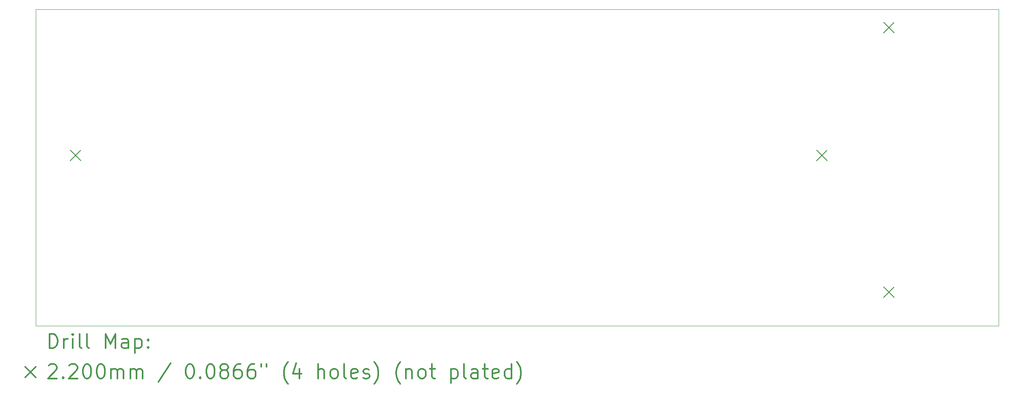
<source format=gbr>
%FSLAX45Y45*%
G04 Gerber Fmt 4.5, Leading zero omitted, Abs format (unit mm)*
G04 Created by KiCad (PCBNEW (5.1.10)-1) date 2023-12-13 20:17:31*
%MOMM*%
%LPD*%
G01*
G04 APERTURE LIST*
%TA.AperFunction,Profile*%
%ADD10C,0.050000*%
%TD*%
%ADD11C,0.200000*%
%ADD12C,0.300000*%
G04 APERTURE END LIST*
D10*
X952500Y-7620000D02*
X952500Y-1016000D01*
X21018500Y-7620000D02*
X952500Y-7620000D01*
X21018500Y-1016000D02*
X21018500Y-7620000D01*
X952500Y-1016000D02*
X21018500Y-1016000D01*
D11*
X1668000Y-3954000D02*
X1888000Y-4174000D01*
X1888000Y-3954000D02*
X1668000Y-4174000D01*
X17225500Y-3954000D02*
X17445500Y-4174000D01*
X17445500Y-3954000D02*
X17225500Y-4174000D01*
X18622500Y-1287000D02*
X18842500Y-1507000D01*
X18842500Y-1287000D02*
X18622500Y-1507000D01*
X18622500Y-6811500D02*
X18842500Y-7031500D01*
X18842500Y-6811500D02*
X18622500Y-7031500D01*
D12*
X1236428Y-8088214D02*
X1236428Y-7788214D01*
X1307857Y-7788214D01*
X1350714Y-7802500D01*
X1379286Y-7831071D01*
X1393571Y-7859643D01*
X1407857Y-7916786D01*
X1407857Y-7959643D01*
X1393571Y-8016786D01*
X1379286Y-8045357D01*
X1350714Y-8073929D01*
X1307857Y-8088214D01*
X1236428Y-8088214D01*
X1536428Y-8088214D02*
X1536428Y-7888214D01*
X1536428Y-7945357D02*
X1550714Y-7916786D01*
X1565000Y-7902500D01*
X1593571Y-7888214D01*
X1622143Y-7888214D01*
X1722143Y-8088214D02*
X1722143Y-7888214D01*
X1722143Y-7788214D02*
X1707857Y-7802500D01*
X1722143Y-7816786D01*
X1736428Y-7802500D01*
X1722143Y-7788214D01*
X1722143Y-7816786D01*
X1907857Y-8088214D02*
X1879286Y-8073929D01*
X1865000Y-8045357D01*
X1865000Y-7788214D01*
X2065000Y-8088214D02*
X2036428Y-8073929D01*
X2022143Y-8045357D01*
X2022143Y-7788214D01*
X2407857Y-8088214D02*
X2407857Y-7788214D01*
X2507857Y-8002500D01*
X2607857Y-7788214D01*
X2607857Y-8088214D01*
X2879286Y-8088214D02*
X2879286Y-7931071D01*
X2865000Y-7902500D01*
X2836428Y-7888214D01*
X2779286Y-7888214D01*
X2750714Y-7902500D01*
X2879286Y-8073929D02*
X2850714Y-8088214D01*
X2779286Y-8088214D01*
X2750714Y-8073929D01*
X2736428Y-8045357D01*
X2736428Y-8016786D01*
X2750714Y-7988214D01*
X2779286Y-7973929D01*
X2850714Y-7973929D01*
X2879286Y-7959643D01*
X3022143Y-7888214D02*
X3022143Y-8188214D01*
X3022143Y-7902500D02*
X3050714Y-7888214D01*
X3107857Y-7888214D01*
X3136428Y-7902500D01*
X3150714Y-7916786D01*
X3165000Y-7945357D01*
X3165000Y-8031071D01*
X3150714Y-8059643D01*
X3136428Y-8073929D01*
X3107857Y-8088214D01*
X3050714Y-8088214D01*
X3022143Y-8073929D01*
X3293571Y-8059643D02*
X3307857Y-8073929D01*
X3293571Y-8088214D01*
X3279286Y-8073929D01*
X3293571Y-8059643D01*
X3293571Y-8088214D01*
X3293571Y-7902500D02*
X3307857Y-7916786D01*
X3293571Y-7931071D01*
X3279286Y-7916786D01*
X3293571Y-7902500D01*
X3293571Y-7931071D01*
X730000Y-8472500D02*
X950000Y-8692500D01*
X950000Y-8472500D02*
X730000Y-8692500D01*
X1222143Y-8446786D02*
X1236428Y-8432500D01*
X1265000Y-8418214D01*
X1336428Y-8418214D01*
X1365000Y-8432500D01*
X1379286Y-8446786D01*
X1393571Y-8475357D01*
X1393571Y-8503929D01*
X1379286Y-8546786D01*
X1207857Y-8718214D01*
X1393571Y-8718214D01*
X1522143Y-8689643D02*
X1536428Y-8703929D01*
X1522143Y-8718214D01*
X1507857Y-8703929D01*
X1522143Y-8689643D01*
X1522143Y-8718214D01*
X1650714Y-8446786D02*
X1665000Y-8432500D01*
X1693571Y-8418214D01*
X1765000Y-8418214D01*
X1793571Y-8432500D01*
X1807857Y-8446786D01*
X1822143Y-8475357D01*
X1822143Y-8503929D01*
X1807857Y-8546786D01*
X1636428Y-8718214D01*
X1822143Y-8718214D01*
X2007857Y-8418214D02*
X2036428Y-8418214D01*
X2065000Y-8432500D01*
X2079286Y-8446786D01*
X2093571Y-8475357D01*
X2107857Y-8532500D01*
X2107857Y-8603929D01*
X2093571Y-8661072D01*
X2079286Y-8689643D01*
X2065000Y-8703929D01*
X2036428Y-8718214D01*
X2007857Y-8718214D01*
X1979286Y-8703929D01*
X1965000Y-8689643D01*
X1950714Y-8661072D01*
X1936428Y-8603929D01*
X1936428Y-8532500D01*
X1950714Y-8475357D01*
X1965000Y-8446786D01*
X1979286Y-8432500D01*
X2007857Y-8418214D01*
X2293571Y-8418214D02*
X2322143Y-8418214D01*
X2350714Y-8432500D01*
X2365000Y-8446786D01*
X2379286Y-8475357D01*
X2393571Y-8532500D01*
X2393571Y-8603929D01*
X2379286Y-8661072D01*
X2365000Y-8689643D01*
X2350714Y-8703929D01*
X2322143Y-8718214D01*
X2293571Y-8718214D01*
X2265000Y-8703929D01*
X2250714Y-8689643D01*
X2236428Y-8661072D01*
X2222143Y-8603929D01*
X2222143Y-8532500D01*
X2236428Y-8475357D01*
X2250714Y-8446786D01*
X2265000Y-8432500D01*
X2293571Y-8418214D01*
X2522143Y-8718214D02*
X2522143Y-8518214D01*
X2522143Y-8546786D02*
X2536428Y-8532500D01*
X2565000Y-8518214D01*
X2607857Y-8518214D01*
X2636428Y-8532500D01*
X2650714Y-8561072D01*
X2650714Y-8718214D01*
X2650714Y-8561072D02*
X2665000Y-8532500D01*
X2693571Y-8518214D01*
X2736428Y-8518214D01*
X2765000Y-8532500D01*
X2779286Y-8561072D01*
X2779286Y-8718214D01*
X2922143Y-8718214D02*
X2922143Y-8518214D01*
X2922143Y-8546786D02*
X2936428Y-8532500D01*
X2965000Y-8518214D01*
X3007857Y-8518214D01*
X3036428Y-8532500D01*
X3050714Y-8561072D01*
X3050714Y-8718214D01*
X3050714Y-8561072D02*
X3065000Y-8532500D01*
X3093571Y-8518214D01*
X3136428Y-8518214D01*
X3165000Y-8532500D01*
X3179286Y-8561072D01*
X3179286Y-8718214D01*
X3765000Y-8403929D02*
X3507857Y-8789643D01*
X4150714Y-8418214D02*
X4179286Y-8418214D01*
X4207857Y-8432500D01*
X4222143Y-8446786D01*
X4236428Y-8475357D01*
X4250714Y-8532500D01*
X4250714Y-8603929D01*
X4236428Y-8661072D01*
X4222143Y-8689643D01*
X4207857Y-8703929D01*
X4179286Y-8718214D01*
X4150714Y-8718214D01*
X4122143Y-8703929D01*
X4107857Y-8689643D01*
X4093571Y-8661072D01*
X4079286Y-8603929D01*
X4079286Y-8532500D01*
X4093571Y-8475357D01*
X4107857Y-8446786D01*
X4122143Y-8432500D01*
X4150714Y-8418214D01*
X4379286Y-8689643D02*
X4393571Y-8703929D01*
X4379286Y-8718214D01*
X4365000Y-8703929D01*
X4379286Y-8689643D01*
X4379286Y-8718214D01*
X4579286Y-8418214D02*
X4607857Y-8418214D01*
X4636428Y-8432500D01*
X4650714Y-8446786D01*
X4665000Y-8475357D01*
X4679286Y-8532500D01*
X4679286Y-8603929D01*
X4665000Y-8661072D01*
X4650714Y-8689643D01*
X4636428Y-8703929D01*
X4607857Y-8718214D01*
X4579286Y-8718214D01*
X4550714Y-8703929D01*
X4536428Y-8689643D01*
X4522143Y-8661072D01*
X4507857Y-8603929D01*
X4507857Y-8532500D01*
X4522143Y-8475357D01*
X4536428Y-8446786D01*
X4550714Y-8432500D01*
X4579286Y-8418214D01*
X4850714Y-8546786D02*
X4822143Y-8532500D01*
X4807857Y-8518214D01*
X4793571Y-8489643D01*
X4793571Y-8475357D01*
X4807857Y-8446786D01*
X4822143Y-8432500D01*
X4850714Y-8418214D01*
X4907857Y-8418214D01*
X4936428Y-8432500D01*
X4950714Y-8446786D01*
X4965000Y-8475357D01*
X4965000Y-8489643D01*
X4950714Y-8518214D01*
X4936428Y-8532500D01*
X4907857Y-8546786D01*
X4850714Y-8546786D01*
X4822143Y-8561072D01*
X4807857Y-8575357D01*
X4793571Y-8603929D01*
X4793571Y-8661072D01*
X4807857Y-8689643D01*
X4822143Y-8703929D01*
X4850714Y-8718214D01*
X4907857Y-8718214D01*
X4936428Y-8703929D01*
X4950714Y-8689643D01*
X4965000Y-8661072D01*
X4965000Y-8603929D01*
X4950714Y-8575357D01*
X4936428Y-8561072D01*
X4907857Y-8546786D01*
X5222143Y-8418214D02*
X5165000Y-8418214D01*
X5136428Y-8432500D01*
X5122143Y-8446786D01*
X5093571Y-8489643D01*
X5079286Y-8546786D01*
X5079286Y-8661072D01*
X5093571Y-8689643D01*
X5107857Y-8703929D01*
X5136428Y-8718214D01*
X5193571Y-8718214D01*
X5222143Y-8703929D01*
X5236428Y-8689643D01*
X5250714Y-8661072D01*
X5250714Y-8589643D01*
X5236428Y-8561072D01*
X5222143Y-8546786D01*
X5193571Y-8532500D01*
X5136428Y-8532500D01*
X5107857Y-8546786D01*
X5093571Y-8561072D01*
X5079286Y-8589643D01*
X5507857Y-8418214D02*
X5450714Y-8418214D01*
X5422143Y-8432500D01*
X5407857Y-8446786D01*
X5379286Y-8489643D01*
X5365000Y-8546786D01*
X5365000Y-8661072D01*
X5379286Y-8689643D01*
X5393571Y-8703929D01*
X5422143Y-8718214D01*
X5479286Y-8718214D01*
X5507857Y-8703929D01*
X5522143Y-8689643D01*
X5536428Y-8661072D01*
X5536428Y-8589643D01*
X5522143Y-8561072D01*
X5507857Y-8546786D01*
X5479286Y-8532500D01*
X5422143Y-8532500D01*
X5393571Y-8546786D01*
X5379286Y-8561072D01*
X5365000Y-8589643D01*
X5650714Y-8418214D02*
X5650714Y-8475357D01*
X5765000Y-8418214D02*
X5765000Y-8475357D01*
X6207857Y-8832500D02*
X6193571Y-8818214D01*
X6165000Y-8775357D01*
X6150714Y-8746786D01*
X6136428Y-8703929D01*
X6122143Y-8632500D01*
X6122143Y-8575357D01*
X6136428Y-8503929D01*
X6150714Y-8461072D01*
X6165000Y-8432500D01*
X6193571Y-8389643D01*
X6207857Y-8375357D01*
X6450714Y-8518214D02*
X6450714Y-8718214D01*
X6379286Y-8403929D02*
X6307857Y-8618214D01*
X6493571Y-8618214D01*
X6836428Y-8718214D02*
X6836428Y-8418214D01*
X6965000Y-8718214D02*
X6965000Y-8561072D01*
X6950714Y-8532500D01*
X6922143Y-8518214D01*
X6879286Y-8518214D01*
X6850714Y-8532500D01*
X6836428Y-8546786D01*
X7150714Y-8718214D02*
X7122143Y-8703929D01*
X7107857Y-8689643D01*
X7093571Y-8661072D01*
X7093571Y-8575357D01*
X7107857Y-8546786D01*
X7122143Y-8532500D01*
X7150714Y-8518214D01*
X7193571Y-8518214D01*
X7222143Y-8532500D01*
X7236428Y-8546786D01*
X7250714Y-8575357D01*
X7250714Y-8661072D01*
X7236428Y-8689643D01*
X7222143Y-8703929D01*
X7193571Y-8718214D01*
X7150714Y-8718214D01*
X7422143Y-8718214D02*
X7393571Y-8703929D01*
X7379286Y-8675357D01*
X7379286Y-8418214D01*
X7650714Y-8703929D02*
X7622143Y-8718214D01*
X7565000Y-8718214D01*
X7536428Y-8703929D01*
X7522143Y-8675357D01*
X7522143Y-8561072D01*
X7536428Y-8532500D01*
X7565000Y-8518214D01*
X7622143Y-8518214D01*
X7650714Y-8532500D01*
X7665000Y-8561072D01*
X7665000Y-8589643D01*
X7522143Y-8618214D01*
X7779286Y-8703929D02*
X7807857Y-8718214D01*
X7865000Y-8718214D01*
X7893571Y-8703929D01*
X7907857Y-8675357D01*
X7907857Y-8661072D01*
X7893571Y-8632500D01*
X7865000Y-8618214D01*
X7822143Y-8618214D01*
X7793571Y-8603929D01*
X7779286Y-8575357D01*
X7779286Y-8561072D01*
X7793571Y-8532500D01*
X7822143Y-8518214D01*
X7865000Y-8518214D01*
X7893571Y-8532500D01*
X8007857Y-8832500D02*
X8022143Y-8818214D01*
X8050714Y-8775357D01*
X8065000Y-8746786D01*
X8079286Y-8703929D01*
X8093571Y-8632500D01*
X8093571Y-8575357D01*
X8079286Y-8503929D01*
X8065000Y-8461072D01*
X8050714Y-8432500D01*
X8022143Y-8389643D01*
X8007857Y-8375357D01*
X8550714Y-8832500D02*
X8536428Y-8818214D01*
X8507857Y-8775357D01*
X8493571Y-8746786D01*
X8479286Y-8703929D01*
X8465000Y-8632500D01*
X8465000Y-8575357D01*
X8479286Y-8503929D01*
X8493571Y-8461072D01*
X8507857Y-8432500D01*
X8536428Y-8389643D01*
X8550714Y-8375357D01*
X8665000Y-8518214D02*
X8665000Y-8718214D01*
X8665000Y-8546786D02*
X8679286Y-8532500D01*
X8707857Y-8518214D01*
X8750714Y-8518214D01*
X8779286Y-8532500D01*
X8793571Y-8561072D01*
X8793571Y-8718214D01*
X8979286Y-8718214D02*
X8950714Y-8703929D01*
X8936428Y-8689643D01*
X8922143Y-8661072D01*
X8922143Y-8575357D01*
X8936428Y-8546786D01*
X8950714Y-8532500D01*
X8979286Y-8518214D01*
X9022143Y-8518214D01*
X9050714Y-8532500D01*
X9065000Y-8546786D01*
X9079286Y-8575357D01*
X9079286Y-8661072D01*
X9065000Y-8689643D01*
X9050714Y-8703929D01*
X9022143Y-8718214D01*
X8979286Y-8718214D01*
X9165000Y-8518214D02*
X9279286Y-8518214D01*
X9207857Y-8418214D02*
X9207857Y-8675357D01*
X9222143Y-8703929D01*
X9250714Y-8718214D01*
X9279286Y-8718214D01*
X9607857Y-8518214D02*
X9607857Y-8818214D01*
X9607857Y-8532500D02*
X9636428Y-8518214D01*
X9693571Y-8518214D01*
X9722143Y-8532500D01*
X9736428Y-8546786D01*
X9750714Y-8575357D01*
X9750714Y-8661072D01*
X9736428Y-8689643D01*
X9722143Y-8703929D01*
X9693571Y-8718214D01*
X9636428Y-8718214D01*
X9607857Y-8703929D01*
X9922143Y-8718214D02*
X9893571Y-8703929D01*
X9879286Y-8675357D01*
X9879286Y-8418214D01*
X10165000Y-8718214D02*
X10165000Y-8561072D01*
X10150714Y-8532500D01*
X10122143Y-8518214D01*
X10065000Y-8518214D01*
X10036428Y-8532500D01*
X10165000Y-8703929D02*
X10136428Y-8718214D01*
X10065000Y-8718214D01*
X10036428Y-8703929D01*
X10022143Y-8675357D01*
X10022143Y-8646786D01*
X10036428Y-8618214D01*
X10065000Y-8603929D01*
X10136428Y-8603929D01*
X10165000Y-8589643D01*
X10265000Y-8518214D02*
X10379286Y-8518214D01*
X10307857Y-8418214D02*
X10307857Y-8675357D01*
X10322143Y-8703929D01*
X10350714Y-8718214D01*
X10379286Y-8718214D01*
X10593571Y-8703929D02*
X10565000Y-8718214D01*
X10507857Y-8718214D01*
X10479286Y-8703929D01*
X10465000Y-8675357D01*
X10465000Y-8561072D01*
X10479286Y-8532500D01*
X10507857Y-8518214D01*
X10565000Y-8518214D01*
X10593571Y-8532500D01*
X10607857Y-8561072D01*
X10607857Y-8589643D01*
X10465000Y-8618214D01*
X10865000Y-8718214D02*
X10865000Y-8418214D01*
X10865000Y-8703929D02*
X10836428Y-8718214D01*
X10779286Y-8718214D01*
X10750714Y-8703929D01*
X10736428Y-8689643D01*
X10722143Y-8661072D01*
X10722143Y-8575357D01*
X10736428Y-8546786D01*
X10750714Y-8532500D01*
X10779286Y-8518214D01*
X10836428Y-8518214D01*
X10865000Y-8532500D01*
X10979286Y-8832500D02*
X10993571Y-8818214D01*
X11022143Y-8775357D01*
X11036428Y-8746786D01*
X11050714Y-8703929D01*
X11065000Y-8632500D01*
X11065000Y-8575357D01*
X11050714Y-8503929D01*
X11036428Y-8461072D01*
X11022143Y-8432500D01*
X10993571Y-8389643D01*
X10979286Y-8375357D01*
M02*

</source>
